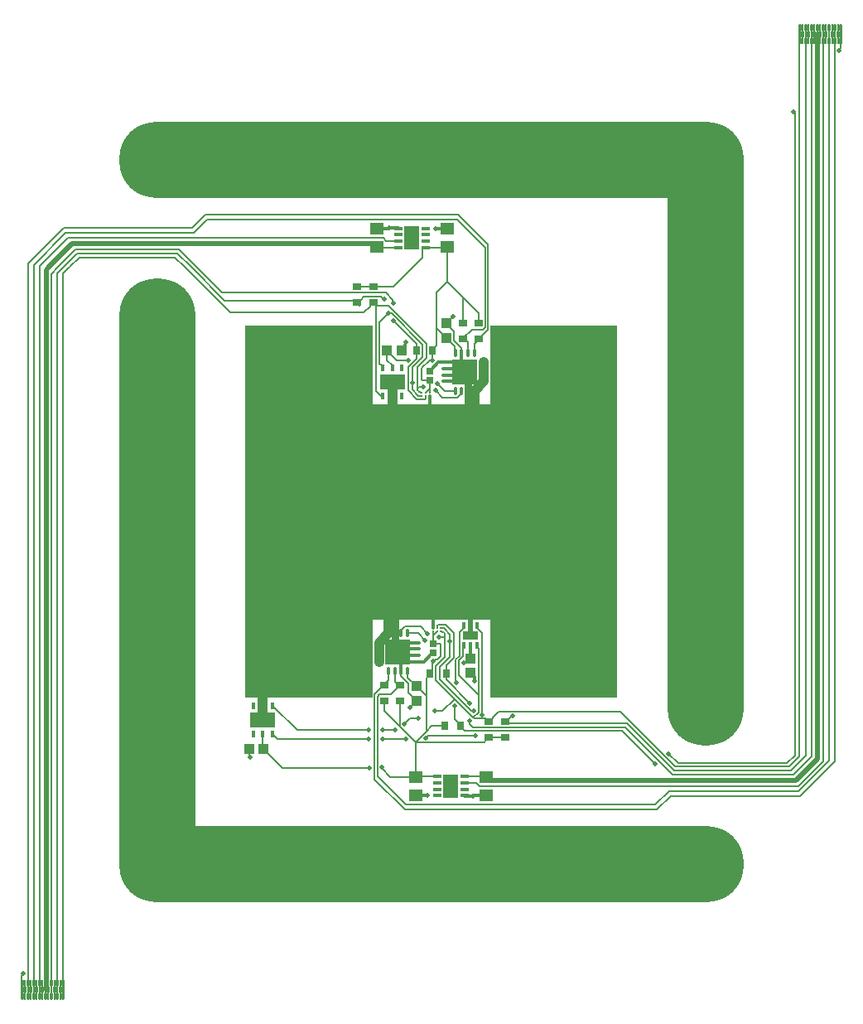
<source format=gbr>
%TF.GenerationSoftware,Altium Limited,Altium Designer,23.9.2 (47)*%
G04 Layer_Physical_Order=1*
G04 Layer_Color=255*
%FSLAX25Y25*%
%MOIN*%
%TF.SameCoordinates,C1B3935E-4126-4279-B8D9-91AEC20F268D*%
%TF.FilePolarity,Positive*%
%TF.FileFunction,Copper,L1,Top,Signal*%
%TF.Part,Single*%
G01*
G75*
%TA.AperFunction,SMDPad,CuDef*%
%ADD10R,0.05709X0.05118*%
%ADD11R,0.03937X0.03937*%
%ADD12R,0.03937X0.03937*%
%ADD13R,0.02835X0.02677*%
%ADD14R,0.02756X0.03543*%
%ADD15R,0.03543X0.02756*%
%ADD16R,0.01181X0.02756*%
%ADD17R,0.06299X0.03504*%
%ADD18R,0.05866X0.09449*%
%ADD19R,0.03543X0.01378*%
%TA.AperFunction,BGAPad,CuDef*%
%ADD20C,0.00787*%
%TA.AperFunction,SMDPad,CuDef*%
%ADD21R,0.10236X0.10236*%
%ADD22O,0.03347X0.01181*%
%ADD23O,0.01181X0.03347*%
%ADD24R,0.01575X0.03150*%
%ADD25R,0.09843X0.05906*%
G04:AMPARAMS|DCode=26|XSize=866.14mil|YSize=866.14mil|CornerRadius=8.66mil|HoleSize=0mil|Usage=FLASHONLY|Rotation=90.000|XOffset=0mil|YOffset=0mil|HoleType=Round|Shape=RoundedRectangle|*
%AMROUNDEDRECTD26*
21,1,0.86614,0.84882,0,0,90.0*
21,1,0.84882,0.86614,0,0,90.0*
1,1,0.01732,0.42441,0.42441*
1,1,0.01732,0.42441,-0.42441*
1,1,0.01732,-0.42441,-0.42441*
1,1,0.01732,-0.42441,0.42441*
%
%ADD26ROUNDEDRECTD26*%
%TA.AperFunction,Conductor*%
%ADD27C,0.30709*%
%ADD28C,0.00551*%
%ADD29C,0.01968*%
%ADD30C,0.00787*%
%ADD31C,0.03937*%
%ADD32C,0.02953*%
%ADD33C,0.01181*%
%TA.AperFunction,ComponentPad*%
%ADD34C,0.30709*%
%TA.AperFunction,SMDPad,CuDef*%
%AMCUSTOMSHAPE35*
4,1,11,-0.00591,-0.03937,-0.00591,0.03543,-0.00197,0.03937,-0.00197,0.03937,0.00197,0.03937,0.00591,0.03543,0.00591,0.01476,0.00197,0.01083,0.00197,-0.01476,0.00591,-0.01870,0.00591,-0.03937,-0.00591,-0.03937,0.0*%
%ADD35CUSTOMSHAPE35*%

%AMCUSTOMSHAPE36*
4,1,12,-0.00591,-0.01280,-0.00591,0.00886,-0.00197,0.01280,-0.00197,0.03937,0.00197,0.03937,0.00197,0.01280,0.00591,0.00886,0.00591,-0.01280,0.00197,-0.01673,0.00197,-0.03937,-0.00197,-0.03937,-0.00197,-0.01673,-0.00591,-0.01280,0.0*%
%ADD36CUSTOMSHAPE36*%

%AMCUSTOMSHAPE37*
4,1,14,-0.00591,-0.03937,-0.00591,-0.01870,-0.00197,-0.01476,-0.00197,0.01083,-0.00591,0.01476,-0.00591,0.03543,-0.00197,0.03937,0.00197,0.03937,0.00591,0.03543,0.00591,0.01476,0.00197,0.01083,0.00197,-0.01476,0.00591,-0.01870,0.00591,-0.03937,-0.00591,-0.03937,0.0*%
%ADD37CUSTOMSHAPE37*%

%AMCUSTOMSHAPE38*
4,1,12,-0.00591,-0.03937,-0.00591,-0.01870,-0.00197,-0.01476,-0.00197,-0.01476,-0.00197,0.01083,-0.00591,0.01476,-0.00591,0.01476,-0.00591,0.03543,-0.00197,0.03937,0.00197,0.03937,0.00591,0.03543,0.00591,-0.03937,-0.00591,-0.03937,0.0*%
%ADD38CUSTOMSHAPE38*%

%AMCUSTOMSHAPE39*
4,1,11,0.00591,0.03937,0.00591,-0.03543,0.00197,-0.03937,0.00197,-0.03937,-0.00197,-0.03937,-0.00591,-0.03543,-0.00591,-0.01476,-0.00197,-0.01083,-0.00197,0.01476,-0.00591,0.01870,-0.00591,0.03937,0.00591,0.03937,0.0*%
%ADD39CUSTOMSHAPE39*%

%AMCUSTOMSHAPE40*
4,1,12,0.00591,0.01280,0.00591,-0.00886,0.00197,-0.01280,0.00197,-0.03937,-0.00197,-0.03937,-0.00197,-0.01280,-0.00591,-0.00886,-0.00591,0.01280,-0.00197,0.01673,-0.00197,0.03937,0.00197,0.03937,0.00197,0.01673,0.00591,0.01280,0.0*%
%ADD40CUSTOMSHAPE40*%

%AMCUSTOMSHAPE41*
4,1,14,0.00591,0.03937,0.00591,0.01870,0.00197,0.01476,0.00197,-0.01083,0.00591,-0.01476,0.00591,-0.03543,0.00197,-0.03937,-0.00197,-0.03937,-0.00591,-0.03543,-0.00591,-0.01476,-0.00197,-0.01083,-0.00197,0.01476,-0.00591,0.01870,-0.00591,0.03937,0.00591,0.03937,0.0*%
%ADD41CUSTOMSHAPE41*%

%AMCUSTOMSHAPE42*
4,1,12,0.00591,0.03937,0.00591,0.01870,0.00197,0.01476,0.00197,0.01476,0.00197,-0.01083,0.00591,-0.01476,0.00591,-0.01476,0.00591,-0.03543,0.00197,-0.03937,-0.00197,-0.03937,-0.00591,-0.03543,-0.00591,0.03937,0.00591,0.03937,0.0*%
%ADD42CUSTOMSHAPE42*%

%TA.AperFunction,ViaPad*%
%ADD43C,0.01968*%
G36*
X-55118Y-55118D02*
X-3937D01*
Y-23622D01*
X43307D01*
Y-55118D01*
X94488D01*
Y94488D01*
X43307D01*
Y62992D01*
X-3937D01*
Y94488D01*
X-55118D01*
Y-55118D01*
D02*
G37*
D10*
X13289Y-87046D02*
D03*
Y-94345D02*
D03*
X41636Y-87046D02*
D03*
Y-94345D02*
D03*
X-2362Y126272D02*
D03*
Y133571D02*
D03*
X25984Y126272D02*
D03*
Y133571D02*
D03*
D11*
X35531Y-45185D02*
D03*
Y-39461D02*
D03*
X13683Y-56262D02*
D03*
Y-50538D02*
D03*
X25591Y95488D02*
D03*
Y89764D02*
D03*
D12*
X-53756Y-75590D02*
D03*
X-48031D02*
D03*
X7587Y84646D02*
D03*
X1862D02*
D03*
D13*
X20376Y-36955D02*
D03*
Y-33412D02*
D03*
X18898Y76181D02*
D03*
Y72638D02*
D03*
D14*
X31496Y-66535D02*
D03*
X24984D02*
D03*
X19088Y-45420D02*
D03*
X25600D02*
D03*
X13673Y84646D02*
D03*
X20185D02*
D03*
D15*
X49510Y-71117D02*
D03*
Y-64605D02*
D03*
X42817D02*
D03*
Y-71117D02*
D03*
X6990Y-56550D02*
D03*
Y-50038D02*
D03*
X691Y-49932D02*
D03*
Y-56444D02*
D03*
X38583Y95669D02*
D03*
Y89157D02*
D03*
X32283Y89264D02*
D03*
Y95776D02*
D03*
X-3543Y110343D02*
D03*
Y103831D02*
D03*
X-10236D02*
D03*
Y110343D02*
D03*
D16*
X37992Y-26201D02*
D03*
X35433D02*
D03*
X32874D02*
D03*
X37992Y-34035D02*
D03*
X35433D02*
D03*
X32874D02*
D03*
D17*
X35433Y-30118D02*
D03*
D18*
X27462Y-90696D02*
D03*
X11811Y129921D02*
D03*
D19*
X32954Y-94534D02*
D03*
Y-91975D02*
D03*
Y-89416D02*
D03*
Y-86857D02*
D03*
X21970Y-94534D02*
D03*
Y-91975D02*
D03*
Y-89416D02*
D03*
Y-86857D02*
D03*
X6319Y133760D02*
D03*
Y131201D02*
D03*
Y128642D02*
D03*
Y126083D02*
D03*
X17303Y133760D02*
D03*
Y131201D02*
D03*
Y128642D02*
D03*
Y126083D02*
D03*
D20*
X23525Y-28491D02*
D03*
X21950D02*
D03*
X20376D02*
D03*
X23525Y-26916D02*
D03*
X21950D02*
D03*
X20376D02*
D03*
X15748Y67716D02*
D03*
X17323D02*
D03*
X18898D02*
D03*
X15748Y66142D02*
D03*
X17323D02*
D03*
X18898D02*
D03*
D21*
X6202Y-36758D02*
D03*
X33071Y75984D02*
D03*
D22*
X13781Y-32920D02*
D03*
Y-35479D02*
D03*
Y-38038D02*
D03*
Y-40597D02*
D03*
X-1376D02*
D03*
Y-38038D02*
D03*
Y-35479D02*
D03*
Y-32920D02*
D03*
X25492Y72146D02*
D03*
Y74705D02*
D03*
Y77264D02*
D03*
Y79823D02*
D03*
X40650D02*
D03*
Y77264D02*
D03*
Y74705D02*
D03*
Y72146D02*
D03*
D23*
X10041Y-44337D02*
D03*
X7482D02*
D03*
X4923D02*
D03*
X2364D02*
D03*
Y-29180D02*
D03*
X4923D02*
D03*
X7482D02*
D03*
X10041D02*
D03*
X29232Y83563D02*
D03*
X31791D02*
D03*
X34350D02*
D03*
X36909D02*
D03*
Y68405D02*
D03*
X34350D02*
D03*
X31791D02*
D03*
X29232D02*
D03*
D24*
X-44193Y-58248D02*
D03*
X-48130D02*
D03*
X-52067D02*
D03*
X-44193Y-69587D02*
D03*
X-48130D02*
D03*
X-52067D02*
D03*
X0Y66378D02*
D03*
X3937D02*
D03*
X7874D02*
D03*
X0Y77716D02*
D03*
X3937D02*
D03*
X7874D02*
D03*
D25*
X-48130Y-63917D02*
D03*
X3937Y72047D02*
D03*
D26*
X19685Y19685D02*
D03*
D27*
X-90551Y-122047D02*
Y98425D01*
Y-122047D02*
X129921D01*
Y-59055D02*
Y161417D01*
X-90551D02*
X129921D01*
D28*
X18551Y-70472D02*
X37402D01*
X17764Y-71260D02*
X18551Y-70472D01*
X17520Y-71260D02*
X17764D01*
X31496Y-66929D02*
X33071Y-68504D01*
X96358D01*
X109744Y-81890D01*
X31496Y-66929D02*
Y-66535D01*
X114961Y-77559D02*
X118898Y-81496D01*
X117762Y-82821D02*
X163734D01*
X116778Y-85971D02*
X165308D01*
X95646Y-60705D02*
X117762Y-82821D01*
X98471Y-65499D02*
X111713Y-78740D01*
X117369Y-84396D02*
X164423D01*
X97835Y-67028D02*
X109547Y-78740D01*
X111713D02*
X117369Y-84396D01*
X109547Y-78740D02*
X116778Y-85971D01*
X36472Y-67028D02*
X97835D01*
X29134Y-63779D02*
X31496Y-66142D01*
X29134Y-63779D02*
Y-58268D01*
X31496Y-66535D02*
Y-66142D01*
X23132Y-47782D02*
X35591Y-60242D01*
X25600Y-47888D02*
X34943Y-57231D01*
X29017Y-55637D02*
X36478Y-63097D01*
X24123Y-60532D02*
X29017Y-55637D01*
X21557Y-48176D02*
X29017Y-55637D01*
X34943Y-64318D02*
X35214Y-64589D01*
Y-65770D02*
X36472Y-67028D01*
X35214Y-65770D02*
Y-64589D01*
X-140354Y-172835D02*
Y118110D01*
X-142717Y119488D02*
X-128347Y133858D01*
X-142717Y118110D02*
Y119488D01*
X-140354Y119095D02*
X-127559Y131890D01*
X-137992Y118701D02*
X-126772Y129921D01*
X-137992Y118110D02*
Y118701D01*
X-142717Y-172835D02*
Y118110D01*
X-137992Y-172835D02*
Y118110D01*
X-140354D02*
Y119095D01*
X-130905Y-172835D02*
Y115551D01*
X-133268Y-172835D02*
Y115416D01*
X-128543Y-172835D02*
Y115528D01*
X-125961Y118110D01*
X-133268Y115416D02*
X-130573Y118110D01*
X-130905Y115551D02*
X-128347Y118110D01*
X-122835Y123622D01*
X-125961Y118110D02*
X-122024Y122047D01*
X-130573Y118110D02*
X-123487Y125197D01*
X165453Y180709D02*
X165945Y180217D01*
X184449Y208366D02*
Y212008D01*
X177362Y-78740D02*
Y212008D01*
X182087Y-78740D02*
Y212008D01*
X179724Y-78740D02*
Y212008D01*
X165945Y180217D02*
X165945Y-78347D01*
X172638Y-78642D02*
Y212008D01*
X170276Y-78543D02*
Y212008D01*
X167817D02*
X167817Y-78738D01*
X168064Y-94633D02*
X182087Y-80610D01*
X167474Y-92664D02*
X179724Y-80413D01*
X167375Y-90696D02*
X177362Y-80709D01*
Y-78740D01*
X182087Y-80610D02*
Y-78740D01*
X165308Y-85971D02*
X172638Y-78642D01*
X164423Y-84396D02*
X170276Y-78543D01*
X163734Y-82821D02*
X167817Y-78738D01*
X179724Y-80413D02*
Y-78740D01*
X162795Y-81496D02*
X165945Y-78347D01*
X36909Y83563D02*
Y87303D01*
X33071Y89370D02*
X34350Y88090D01*
X32677Y89370D02*
X33071D01*
X16986Y64961D02*
X17304Y65279D01*
X17323Y66142D01*
X13780Y64961D02*
X16986D01*
X14155Y66459D02*
X14314Y66301D01*
X14506Y66280D01*
X15748Y66142D01*
X14620Y68035D02*
X14777Y67878D01*
X15748Y67716D01*
X31791Y67323D02*
Y68405D01*
X30217Y65748D02*
X31791Y67323D01*
X12205Y68898D02*
X14155Y66459D01*
X24902Y68405D02*
X29232D01*
X24016Y65748D02*
X30217D01*
X12205Y68898D02*
Y71653D01*
X10236Y68504D02*
X13780Y64961D01*
X14173Y68838D02*
X14173Y68661D01*
X14173Y68838D02*
Y69362D01*
X14276Y68518D02*
X14620Y68035D01*
X14173Y68661D02*
X14276Y68518D01*
X12205Y71653D02*
Y77953D01*
X14173Y69362D02*
X14599Y69788D01*
X16553D01*
X0Y77716D02*
Y78504D01*
X1516Y128642D02*
X6319D01*
X35933Y92913D02*
X40386D01*
X41339Y93866D01*
X38976Y89157D02*
X40079Y90260D01*
X38583Y89157D02*
X38976D01*
X40079Y90654D02*
X42520Y93094D01*
X40079Y90260D02*
Y90654D01*
X-1181Y79339D02*
Y96063D01*
X-2441Y68189D02*
X-504Y66252D01*
X-1181Y79339D02*
X-858Y79016D01*
X-512D01*
X0Y78504D01*
X-2441Y68189D02*
Y102728D01*
X-9134Y104539D02*
X-8740Y104933D01*
X-2468Y102756D02*
X2362D01*
X4059Y103814D02*
X4331Y103543D01*
X4059Y103814D02*
Y104996D01*
X-3543Y103831D02*
X-2468Y102756D01*
X-2441Y102728D01*
X2362Y102756D02*
X17717Y87402D01*
X13673Y84646D02*
Y87114D01*
X16142Y81890D02*
Y87008D01*
X17717Y81496D02*
Y87402D01*
X-5039Y102728D02*
X-3937Y103831D01*
X-3543D01*
X237Y129921D02*
X1516Y128642D01*
X-504Y66252D02*
X0D01*
X-9134Y102728D02*
Y104539D01*
X36909Y87303D02*
X38673Y89067D01*
X34350Y83563D02*
Y88090D01*
X-74803Y118110D02*
X-74803Y118110D01*
X2501Y99467D02*
X3682D01*
X2362Y99606D02*
X2501Y99467D01*
X3682D02*
X16142Y87008D01*
X-1181Y96063D02*
X2362Y99606D01*
X14173Y77953D02*
X17717Y81496D01*
X12205Y77953D02*
X16142Y81890D01*
X13673Y81390D02*
Y84646D01*
X10236Y68504D02*
Y77953D01*
X13673Y81390D01*
X14173Y69362D02*
Y77953D01*
X-11130Y104724D02*
X-9134Y102728D01*
X-8740Y104933D02*
X-8740D01*
X-471Y106132D02*
X543Y105118D01*
X-8740Y104933D02*
X-7541Y106132D01*
X543Y105118D02*
X787D01*
X-7541Y106132D02*
X-471D01*
X-74803Y118110D02*
X-64513Y107820D01*
X1235D02*
X4059Y104996D01*
X-64513Y107820D02*
X1235D01*
X-5039Y102335D02*
Y102728D01*
X22047Y71260D02*
X24902Y68405D01*
X4331Y96457D02*
X13673Y87114D01*
X21243Y68521D02*
Y68693D01*
Y68521D02*
X24016Y65748D01*
X42520Y118110D02*
Y118110D01*
Y93094D02*
Y118110D01*
Y118110D02*
Y127165D01*
X41339Y93866D02*
Y118110D01*
Y118110D01*
Y125984D01*
X29921Y137402D02*
X41339Y125984D01*
X-70472Y137402D02*
X29921D01*
X30315Y139370D02*
X42520Y127165D01*
X-71260Y139370D02*
X30315D01*
X32533Y89514D02*
X35933Y92913D01*
X-126772Y129921D02*
X237Y129921D01*
X32283Y89264D02*
X32533Y89514D01*
X-128347Y133858D02*
X-76772D01*
X-71260Y139370D01*
X-127559Y131890D02*
X-75984D01*
X-70472Y137402D01*
X-81890Y125197D02*
X-74803Y118110D01*
X-123487Y125197D02*
X-81890D01*
X-63709Y104724D02*
X-11130D01*
X-122835Y123622D02*
X-82607D01*
X-77095Y118110D02*
X-63709Y104724D01*
X-77095Y118110D02*
X-77095Y118110D01*
X-82607Y123622D02*
X-77095Y118110D01*
X-122024Y122047D02*
X-83466D01*
X-79529Y118110D02*
X-79529Y118110D01*
X-83466Y122047D02*
X-79529Y118110D01*
X-7444Y99931D02*
X-5039Y102335D01*
X-61349Y99931D02*
X-7444D01*
X-79529Y118110D02*
X-61349Y99931D01*
X44313Y-63109D02*
X46717Y-60705D01*
X6740Y-50288D02*
X6990Y-50038D01*
X15258Y-26522D02*
X18031Y-29295D01*
Y-29468D02*
Y-29295D01*
X14372Y-29180D02*
X17226Y-32034D01*
X44313Y-63503D02*
Y-63109D01*
X25600Y-45420D02*
Y-42164D01*
X4923Y-48865D02*
Y-44337D01*
X600Y-49841D02*
X2364Y-48077D01*
X42817Y-64605D02*
X43210D01*
X44313Y-63503D01*
X25600Y-47888D02*
Y-45420D01*
X297Y-49932D02*
X691D01*
X32954Y-89416D02*
X37757D01*
X24674Y-30563D02*
X25100Y-30136D01*
X24997Y-29292D02*
X25100Y-29436D01*
X24653Y-28810D02*
X24997Y-29292D01*
X25100Y-30136D02*
Y-29612D01*
X25100Y-29436D02*
X25100Y-29612D01*
X27069Y-32428D02*
Y-29672D01*
X9057Y-26522D02*
X15258D01*
X10041Y-29180D02*
X14372D01*
X25118Y-27234D02*
X27069Y-29672D01*
X7482Y-28097D02*
X9057Y-26522D01*
X7482Y-29180D02*
Y-28097D01*
X23525Y-28491D02*
X24496Y-28653D01*
X24653Y-28810D01*
X23525Y-26916D02*
X24768Y-27054D01*
X24960Y-27075D01*
X25118Y-27234D01*
X22287Y-25735D02*
X25494D01*
X21950Y-26916D02*
X21969Y-26053D01*
X22287Y-25735D01*
X6202Y-50144D02*
X6596D01*
X4923Y-48865D02*
X6202Y-50144D01*
X2364Y-48077D02*
Y-44337D01*
X23132Y-42664D02*
X27069Y-38727D01*
X23132Y-47782D02*
Y-42664D01*
X21557Y-48176D02*
Y-42270D01*
X22721Y-30563D02*
X24674D01*
X21557Y-42270D02*
X25100Y-38727D01*
Y-30136D01*
X37992Y-34823D02*
Y-34035D01*
X38780Y-27776D02*
X38827D01*
X37992Y-26988D02*
X38780Y-27776D01*
X37992Y-26988D02*
Y-26201D01*
X49313Y-64408D02*
X50100D01*
X52008Y-62500D02*
X52362D01*
X50100Y-64408D02*
X52008Y-62500D01*
X49313Y-64408D02*
X50403Y-65499D01*
X38827Y-27776D02*
X40039Y-28988D01*
X27069Y-38727D02*
Y-32428D01*
X37992Y-34823D02*
X38670Y-35500D01*
X36478Y-63097D02*
X38670Y-60906D01*
X31004Y-28811D02*
X32039Y-27776D01*
X32874Y-26988D02*
Y-26201D01*
X32039Y-27776D02*
X32087D01*
X32874Y-26988D01*
X32530Y-35461D02*
X32559Y-35432D01*
Y-34350D01*
X32874Y-34035D01*
X30709Y-40157D02*
X32530Y-38336D01*
Y-35461D01*
X25494Y-25735D02*
X28769Y-29010D01*
Y-38995D02*
Y-29010D01*
X25600Y-42164D02*
X28769Y-38995D01*
X31004Y-38287D02*
Y-28811D01*
X29429Y-39862D02*
X31004Y-38287D01*
X36759Y-60242D02*
X36831Y-60313D01*
X35591Y-60242D02*
X36759D01*
X38670Y-54024D02*
Y-35500D01*
X30709Y-46063D02*
X38670Y-54024D01*
Y-60906D02*
Y-54024D01*
X30709Y-46063D02*
Y-40157D01*
X37757Y-89416D02*
X39037Y-90696D01*
X109746Y-98176D02*
X115258Y-92664D01*
X110533Y-100144D02*
X116045Y-94633D01*
X29429Y-49016D02*
Y-39862D01*
Y-49016D02*
X29626Y-49213D01*
X8958Y-100144D02*
X110533D01*
X9352Y-98176D02*
X109746D01*
X-44193Y-69587D02*
X-42126Y-71653D01*
X-5512D01*
X3340Y-53688D02*
X6740Y-50288D01*
X-3246Y-87940D02*
Y-78884D01*
Y-78884D01*
Y-53869D02*
X-805Y-51428D01*
Y-51034D02*
X297Y-49932D01*
X-3246Y-87940D02*
X8958Y-100144D01*
X-2065Y-86759D02*
X9352Y-98176D01*
X-805Y-51428D02*
Y-51034D01*
X-2065Y-78884D02*
Y-78884D01*
Y-54640D02*
X-1113Y-53688D01*
X-2065Y-86759D02*
Y-78884D01*
X-1113Y-53688D02*
X3340D01*
X-2065Y-78884D02*
Y-54640D01*
X-3246Y-78884D02*
Y-53869D01*
X-44193Y-58248D02*
X-34331Y-68110D01*
X-5610D01*
X9154Y-71752D02*
X9252Y-71850D01*
X-98Y-71653D02*
X0Y-71752D01*
X9154D01*
X4872Y-68160D02*
X4921Y-68209D01*
X148Y-68160D02*
X4872D01*
X98Y-68110D02*
X148Y-68160D01*
X21063Y-60532D02*
X24123D01*
X11220Y-63287D02*
X14272D01*
X8760Y-65748D02*
X11220Y-63287D01*
X46717Y-60705D02*
X95646D01*
X50403Y-65499D02*
X98471D01*
X116045Y-94633D02*
X168064D01*
X115258Y-92664D02*
X167474D01*
X39037Y-90696D02*
X167375D01*
X118898Y-81496D02*
X162795D01*
X41831Y-63619D02*
X42817Y-64605D01*
X36478Y-63097D02*
X36911Y-63530D01*
X41742D01*
X40039Y-61955D02*
Y-28988D01*
D29*
X-135433Y-172835D02*
X-135433Y116929D01*
X-134252Y118110D02*
X-124803Y127559D01*
X-135433Y116929D02*
X-134252Y118110D01*
X175000Y212008D02*
X175000Y212008D01*
X175000Y-79823D02*
Y-78740D01*
X175000Y-78740D01*
Y212008D01*
X166490Y-88333D02*
X175000Y-79823D01*
X-3650Y127559D02*
X-2362Y126272D01*
X-124803Y127559D02*
X-3650Y127559D01*
X41636Y-87046D02*
X42923Y-88333D01*
X166490D01*
X35433Y-30118D02*
Y-26201D01*
X19685Y19685D02*
X35433Y3937D01*
Y-26201D02*
Y3937D01*
D30*
X-144489Y-166435D02*
Y-166170D01*
X-145276Y-167221D02*
X-144489Y-166435D01*
X-145276Y-172638D02*
Y-167221D01*
X183762Y205715D02*
X184449Y206402D01*
X183762Y205395D02*
Y205715D01*
X184449Y206402D02*
Y208366D01*
X15748Y73099D02*
X16209Y72638D01*
X18898D01*
X25795Y126083D02*
X25984Y126272D01*
X1862Y80579D02*
X3937Y78504D01*
X1862Y80579D02*
Y84646D01*
X3937Y77716D02*
Y78504D01*
X18898Y69291D02*
Y72638D01*
Y67716D02*
Y69291D01*
X17323Y67716D02*
X18898Y69291D01*
X15748Y73099D02*
Y77559D01*
X25984Y112205D02*
Y126272D01*
X21654Y93701D02*
Y107874D01*
X25984Y112205D01*
X32283Y105905D01*
X21654Y86485D02*
Y93701D01*
X21169Y86024D02*
X21192D01*
X21654Y86485D01*
X20079Y84933D02*
X21169Y86024D01*
X-10236Y110343D02*
X-3543D01*
X4435D01*
X15925Y125787D02*
X16220Y126083D01*
X15925Y121832D02*
Y125787D01*
X4435Y110343D02*
X15925Y121832D01*
X16220Y126083D02*
X17303D01*
X25795D01*
X-2173D02*
X6319D01*
X32283Y95776D02*
Y105905D01*
X1862Y84646D02*
X5799Y80709D01*
X15748Y77559D02*
X18898Y80709D01*
X20079D01*
X32283Y105905D02*
X38583Y99606D01*
Y95669D02*
Y99606D01*
X25591Y95488D02*
X28740Y92339D01*
X29157Y83638D02*
Y86197D01*
X25591Y89764D02*
X29157Y86197D01*
X21654Y93701D02*
X25591Y89764D01*
X29157Y83638D02*
X29232Y83563D01*
X31740Y83614D02*
X31791Y83563D01*
X28740Y88525D02*
X31740Y85525D01*
X28740Y88525D02*
Y92339D01*
X31740Y83614D02*
Y85525D01*
X5799Y80709D02*
X10236D01*
X25591Y95488D02*
Y95669D01*
X28346Y98425D01*
X-2362Y126272D02*
X-2268Y126177D01*
X-2173Y126083D01*
X41447Y-86857D02*
X41541Y-86951D01*
X41636Y-87046D01*
X10927Y-59199D02*
X13683Y-56444D01*
Y-56262D01*
X7534Y-46299D02*
Y-44389D01*
X10533Y-53113D02*
Y-49299D01*
X7534Y-46299D02*
X10533Y-49299D01*
X7482Y-44337D02*
X7534Y-44389D01*
X10041Y-44337D02*
X10116Y-44412D01*
X13683Y-50538D02*
X17620Y-54475D01*
X10116Y-46972D02*
X13683Y-50538D01*
X10116Y-46972D02*
Y-44412D01*
X10533Y-53113D02*
X13683Y-56262D01*
X691Y-60381D02*
Y-56444D01*
X32954Y-86857D02*
X41447D01*
X13478D02*
X21970D01*
X17620Y-47259D02*
X18081Y-46798D01*
X18104D01*
X17620Y-54475D02*
Y-47259D01*
X20376Y-30066D02*
X21950Y-28491D01*
X20376Y-30066D02*
Y-28491D01*
Y-33412D02*
Y-30066D01*
X13289Y-87046D02*
X13478Y-86857D01*
X20376Y-33412D02*
X23064D01*
X23525Y-38333D02*
Y-33873D01*
X23064Y-33412D02*
X23525Y-33873D01*
X22010Y-39848D02*
X23525Y-38333D01*
X21101Y-39848D02*
X22010D01*
X20276Y-40354D02*
X20595D01*
X20073Y-44829D02*
Y-40557D01*
X20595Y-40354D02*
X21101Y-39848D01*
X20073Y-40557D02*
X20276Y-40354D01*
X33957Y-41035D02*
X35531Y-39461D01*
X32677Y-41043D02*
X32685Y-41035D01*
X33957D01*
X18104Y-46798D02*
X20073Y-44829D01*
X20079Y80709D02*
Y84933D01*
X42423Y-71117D02*
X49510D01*
X13289Y-87046D02*
Y-72979D01*
X6990Y-66680D02*
X13289Y-72979D01*
X40954D02*
X41439Y-72495D01*
Y-72101D02*
X42423Y-71117D01*
X41439Y-72495D02*
Y-72101D01*
X13289Y-72979D02*
X40954D01*
X6990Y-66680D02*
Y-56550D01*
X691Y-60381D02*
X6990Y-66680D01*
X13289Y-72979D02*
X17620Y-68648D01*
X21970Y-86857D02*
X23053D01*
X23348Y-86562D01*
X17620Y-68648D02*
Y-54475D01*
X3188Y-87046D02*
X13289D01*
X-48130Y-75492D02*
Y-69587D01*
X-394Y-83465D02*
X3188Y-87046D01*
X-394Y-83465D02*
Y-83169D01*
X-48130Y-75492D02*
X-48031Y-75590D01*
X-40354Y-83268D01*
X-5217D01*
X-53756Y-78429D02*
Y-75590D01*
Y-78429D02*
X-53150Y-79035D01*
X17620Y-68648D02*
X19733Y-66535D01*
X24984D01*
D31*
X40650Y72146D02*
Y74705D01*
Y77264D01*
Y79823D01*
X36909Y36909D02*
Y60630D01*
X2364Y2316D02*
X19588Y19541D01*
X2364Y-21404D02*
Y2316D01*
X-1376Y-40597D02*
Y-38038D01*
Y-35479D01*
Y-32920D01*
X19685Y19685D02*
X36909Y36909D01*
X3937Y35433D02*
X18898Y20472D01*
X3937Y35433D02*
Y66378D01*
Y72047D01*
X-48130Y-63917D02*
Y-58248D01*
Y-52854D02*
X-48031Y-52756D01*
X-48130Y-58248D02*
Y-52854D01*
X-1376Y-32920D02*
X2364Y-29180D01*
Y-21404D01*
X36909Y60630D02*
Y68405D01*
X40650Y72146D01*
D32*
X34350Y61516D02*
X35236Y60630D01*
X33071Y75984D02*
X34350Y74705D01*
Y68405D02*
Y74705D01*
X4923Y-35479D02*
Y-29180D01*
Y-22290D01*
Y-35479D02*
X6202Y-36758D01*
X2364Y-21404D02*
X4037D01*
X4923Y-22290D01*
X35236Y60630D02*
X36909D01*
X34350Y61516D02*
Y68405D01*
D33*
X25492Y74705D02*
X31791D01*
X25492Y72146D02*
X29232D01*
X31791Y74705D01*
X33071Y75984D01*
X25492Y77264D02*
X31791D01*
X29232Y79823D02*
X31791Y77264D01*
X33071Y75984D01*
X31791Y77264D02*
Y83563D01*
X19724Y77008D02*
X22539Y79823D01*
X19724Y76929D02*
Y77008D01*
X18976Y76181D02*
X19724Y76929D01*
X18898Y76181D02*
X18976D01*
X7587Y84646D02*
X8965Y86024D01*
Y87098D01*
X-2362Y133571D02*
X2255D01*
X2543Y133858D02*
X2756D01*
X2255Y133571D02*
X2543Y133858D01*
X2756D02*
X2805Y133809D01*
X6270D01*
X6319Y133760D01*
X21260Y133465D02*
X25878D01*
X25984Y133571D01*
X22539Y79823D02*
X25492D01*
X29232D01*
X8965Y87098D02*
X9449Y87582D01*
Y87795D01*
X18898Y20472D02*
X19685Y19685D01*
X10041Y-40597D02*
X13781D01*
X16734D01*
X13289Y-94345D02*
X13395Y-94239D01*
X18013D01*
X32954Y-94534D02*
X33004Y-94583D01*
X36468D01*
X36517Y-94633D01*
X36731D02*
X37018Y-94345D01*
X36517Y-94633D02*
X36731D01*
X37018Y-94345D02*
X41636D01*
X20297Y-36955D02*
X20376D01*
X19549Y-37703D02*
X20297Y-36955D01*
X19549Y-37782D02*
Y-37703D01*
X16734Y-40597D02*
X19549Y-37782D01*
X7482Y-44337D02*
Y-38038D01*
X6202Y-36758D02*
X7482Y-38038D01*
X10041Y-40597D01*
X7482Y-38038D02*
X13781D01*
X6202Y-36758D02*
X7482Y-35479D01*
X10041Y-32920D01*
X13781D01*
X7482Y-35479D02*
X13781D01*
X20376Y-26916D02*
Y18753D01*
X18898Y20472D02*
Y66142D01*
X35531Y-39461D02*
Y-34921D01*
X35433Y-34823D02*
Y-34035D01*
Y-34823D02*
X35531Y-34921D01*
X36909Y-48327D02*
X37008Y-48425D01*
X35531Y-45185D02*
X36909Y-46563D01*
Y-48327D02*
Y-46563D01*
D34*
X-90551Y98425D02*
D03*
X129921Y-59055D02*
D03*
Y-122047D02*
D03*
X35433D02*
D03*
X3937D02*
D03*
X-59055D02*
D03*
X-27559D02*
D03*
X98425D02*
D03*
X66929D02*
D03*
X129921Y161417D02*
D03*
X35433D02*
D03*
X3937D02*
D03*
X-59055D02*
D03*
X-27559D02*
D03*
X98425D02*
D03*
X66929D02*
D03*
X-90551D02*
D03*
X129921Y129921D02*
D03*
Y35433D02*
D03*
Y3937D02*
D03*
Y-27559D02*
D03*
Y98425D02*
D03*
Y66929D02*
D03*
X-90551Y-122047D02*
D03*
Y-90551D02*
D03*
Y-59055D02*
D03*
Y-27559D02*
D03*
Y3937D02*
D03*
Y35433D02*
D03*
Y66929D02*
D03*
D35*
X167913Y212008D02*
D03*
D36*
X169095D02*
D03*
X171457D02*
D03*
X173819D02*
D03*
X176181D02*
D03*
X178543D02*
D03*
X180905D02*
D03*
X183268D02*
D03*
D37*
X170276D02*
D03*
X172638D02*
D03*
X175000D02*
D03*
X177362D02*
D03*
X179724D02*
D03*
X182087D02*
D03*
D38*
X184449D02*
D03*
D39*
X-128543Y-172638D02*
D03*
D40*
X-129724D02*
D03*
X-132087D02*
D03*
X-134449D02*
D03*
X-136811D02*
D03*
X-139173D02*
D03*
X-141535D02*
D03*
X-143898D02*
D03*
D41*
X-130905D02*
D03*
X-133268D02*
D03*
X-135630D02*
D03*
X-137992D02*
D03*
X-140354D02*
D03*
X-142717D02*
D03*
D42*
X-145079D02*
D03*
D43*
X37402Y-70472D02*
D03*
X114961Y-77559D02*
D03*
X29134Y-58268D02*
D03*
X-52756Y-52756D02*
D03*
Y-49606D02*
D03*
X-50394Y-51181D02*
D03*
X-52756Y-46457D02*
D03*
X-50394Y-48031D02*
D03*
Y-44882D02*
D03*
X-52756Y-43307D02*
D03*
Y-40157D02*
D03*
X-50394Y-41732D02*
D03*
X-52756Y-37008D02*
D03*
X-50394Y-38583D02*
D03*
Y-35433D02*
D03*
X-52756Y-33858D02*
D03*
Y-30709D02*
D03*
X-50394Y-32283D02*
D03*
X-52756Y-27559D02*
D03*
X-50394Y-29134D02*
D03*
Y-25984D02*
D03*
X-52756Y-24409D02*
D03*
Y-21260D02*
D03*
X-50394Y-22835D02*
D03*
X-52756Y-18110D02*
D03*
X-50394Y-19685D02*
D03*
Y-16535D02*
D03*
X-52756Y-14961D02*
D03*
Y-11811D02*
D03*
X-50394Y-13386D02*
D03*
X-52756Y-8661D02*
D03*
X-50394Y-10236D02*
D03*
Y-7087D02*
D03*
X-52756Y-5512D02*
D03*
Y-2362D02*
D03*
X-50394Y-3937D02*
D03*
X-52756Y787D02*
D03*
X-50394Y-787D02*
D03*
Y2362D02*
D03*
X-52756Y3937D02*
D03*
Y7087D02*
D03*
X-50394Y5512D02*
D03*
X-52756Y10236D02*
D03*
X-50394Y8661D02*
D03*
Y11811D02*
D03*
X-52756Y13386D02*
D03*
Y16535D02*
D03*
X-50394Y14961D02*
D03*
X-52756Y19685D02*
D03*
X-50394Y18110D02*
D03*
Y21260D02*
D03*
X-52756Y22835D02*
D03*
Y25984D02*
D03*
X-50394Y24409D02*
D03*
X-52756Y29134D02*
D03*
X-50394Y27559D02*
D03*
Y30709D02*
D03*
X-52756Y32283D02*
D03*
Y35433D02*
D03*
X-50394Y33858D02*
D03*
X-52756Y38583D02*
D03*
X-50394Y37008D02*
D03*
Y40157D02*
D03*
X-52756Y41732D02*
D03*
Y44882D02*
D03*
X-50394Y43307D02*
D03*
X-52756Y48031D02*
D03*
X-50394Y46457D02*
D03*
Y49606D02*
D03*
X-52756Y51181D02*
D03*
Y54331D02*
D03*
X-50394Y52756D02*
D03*
X-52756Y57480D02*
D03*
X-50394Y55905D02*
D03*
Y59055D02*
D03*
X-52756Y60630D02*
D03*
Y63779D02*
D03*
X-50394Y62205D02*
D03*
X-52756Y66929D02*
D03*
X-50394Y65354D02*
D03*
Y68504D02*
D03*
X-52756Y70079D02*
D03*
Y73228D02*
D03*
X-50394Y71653D02*
D03*
X-52756Y76378D02*
D03*
X-50394Y74803D02*
D03*
Y77953D02*
D03*
X-52756Y79527D02*
D03*
Y82677D02*
D03*
X-50394Y81102D02*
D03*
X-52756Y85827D02*
D03*
X-50394Y84252D02*
D03*
Y87402D02*
D03*
X-52756Y88976D02*
D03*
Y92126D02*
D03*
X-50394Y90551D02*
D03*
X-48031Y-52756D02*
D03*
Y-49606D02*
D03*
X-45669Y-51181D02*
D03*
X-48031Y-46457D02*
D03*
X-45669Y-48031D02*
D03*
Y-44882D02*
D03*
X-48031Y-43307D02*
D03*
Y-40157D02*
D03*
X-45669Y-41732D02*
D03*
X-48031Y-37008D02*
D03*
X-45669Y-38583D02*
D03*
Y-35433D02*
D03*
X-48031Y-33858D02*
D03*
Y-30709D02*
D03*
X-45669Y-32283D02*
D03*
X-48031Y-27559D02*
D03*
X-45669Y-29134D02*
D03*
Y-25984D02*
D03*
X-48031Y-24409D02*
D03*
Y-21260D02*
D03*
X-45669Y-22835D02*
D03*
X-48031Y-18110D02*
D03*
X-45669Y-19685D02*
D03*
Y-16535D02*
D03*
X-48031Y-14961D02*
D03*
Y-11811D02*
D03*
X-45669Y-13386D02*
D03*
X-48031Y-8661D02*
D03*
X-45669Y-10236D02*
D03*
Y-7087D02*
D03*
X-48031Y-5512D02*
D03*
Y-2362D02*
D03*
X-45669Y-3937D02*
D03*
X-48031Y787D02*
D03*
X-45669Y-787D02*
D03*
Y2362D02*
D03*
X-48031Y3937D02*
D03*
Y7087D02*
D03*
X-45669Y5512D02*
D03*
X-48031Y10236D02*
D03*
X-45669Y8661D02*
D03*
Y11811D02*
D03*
X-48031Y13386D02*
D03*
Y16535D02*
D03*
X-45669Y14961D02*
D03*
X-48031Y19685D02*
D03*
X-45669Y18110D02*
D03*
Y21260D02*
D03*
X-48031Y22835D02*
D03*
Y25984D02*
D03*
X-45669Y24409D02*
D03*
X-48031Y29134D02*
D03*
X-45669Y27559D02*
D03*
Y30709D02*
D03*
X-48031Y32283D02*
D03*
Y35433D02*
D03*
X-45669Y33858D02*
D03*
X-48031Y38583D02*
D03*
X-45669Y37008D02*
D03*
Y40157D02*
D03*
X-48031Y41732D02*
D03*
Y44882D02*
D03*
X-45669Y43307D02*
D03*
X-48031Y48031D02*
D03*
X-45669Y46457D02*
D03*
Y49606D02*
D03*
X-48031Y51181D02*
D03*
Y54331D02*
D03*
X-45669Y52756D02*
D03*
X-48031Y57480D02*
D03*
X-45669Y55905D02*
D03*
Y59055D02*
D03*
X-48031Y60630D02*
D03*
Y63779D02*
D03*
X-45669Y62205D02*
D03*
X-48031Y66929D02*
D03*
X-45669Y65354D02*
D03*
Y68504D02*
D03*
X-48031Y70079D02*
D03*
Y73228D02*
D03*
X-45669Y71653D02*
D03*
X-48031Y76378D02*
D03*
X-45669Y74803D02*
D03*
Y77953D02*
D03*
X-48031Y79527D02*
D03*
Y82677D02*
D03*
X-45669Y81102D02*
D03*
X-48031Y85827D02*
D03*
X-45669Y84252D02*
D03*
Y87402D02*
D03*
X-48031Y88976D02*
D03*
Y92126D02*
D03*
X-45669Y90551D02*
D03*
X-43307Y-52756D02*
D03*
Y-49606D02*
D03*
X-40945Y-51181D02*
D03*
X-43307Y-46457D02*
D03*
X-40945Y-48031D02*
D03*
Y-44882D02*
D03*
X-43307Y-43307D02*
D03*
Y-40157D02*
D03*
X-40945Y-41732D02*
D03*
X-43307Y-37008D02*
D03*
X-40945Y-38583D02*
D03*
Y-35433D02*
D03*
X-43307Y-33858D02*
D03*
Y-30709D02*
D03*
X-40945Y-32283D02*
D03*
X-43307Y-27559D02*
D03*
X-40945Y-29134D02*
D03*
Y-25984D02*
D03*
X-43307Y-24409D02*
D03*
Y-21260D02*
D03*
X-40945Y-22835D02*
D03*
X-43307Y-18110D02*
D03*
X-40945Y-19685D02*
D03*
Y-16535D02*
D03*
X-43307Y-14961D02*
D03*
Y-11811D02*
D03*
X-40945Y-13386D02*
D03*
X-43307Y-8661D02*
D03*
X-40945Y-10236D02*
D03*
Y-7087D02*
D03*
X-43307Y-5512D02*
D03*
Y-2362D02*
D03*
X-40945Y-3937D02*
D03*
X-43307Y787D02*
D03*
X-40945Y-787D02*
D03*
Y2362D02*
D03*
X-43307Y3937D02*
D03*
Y7087D02*
D03*
X-40945Y5512D02*
D03*
X-43307Y10236D02*
D03*
X-40945Y8661D02*
D03*
Y11811D02*
D03*
X-43307Y13386D02*
D03*
Y16535D02*
D03*
X-40945Y14961D02*
D03*
X-43307Y19685D02*
D03*
X-40945Y18110D02*
D03*
Y21260D02*
D03*
X-43307Y22835D02*
D03*
Y25984D02*
D03*
X-40945Y24409D02*
D03*
X-43307Y29134D02*
D03*
X-40945Y27559D02*
D03*
Y30709D02*
D03*
X-43307Y32283D02*
D03*
Y35433D02*
D03*
X-40945Y33858D02*
D03*
X-43307Y38583D02*
D03*
X-40945Y37008D02*
D03*
Y40157D02*
D03*
X-43307Y41732D02*
D03*
Y44882D02*
D03*
X-40945Y43307D02*
D03*
X-43307Y48031D02*
D03*
X-40945Y46457D02*
D03*
Y49606D02*
D03*
X-43307Y51181D02*
D03*
Y54331D02*
D03*
X-40945Y52756D02*
D03*
X-43307Y57480D02*
D03*
X-40945Y55905D02*
D03*
Y59055D02*
D03*
X-43307Y60630D02*
D03*
Y63779D02*
D03*
X-40945Y62205D02*
D03*
X-43307Y66929D02*
D03*
X-40945Y65354D02*
D03*
Y68504D02*
D03*
X-43307Y70079D02*
D03*
Y73228D02*
D03*
X-40945Y71653D02*
D03*
X-43307Y76378D02*
D03*
X-40945Y74803D02*
D03*
Y77953D02*
D03*
X-43307Y79527D02*
D03*
Y82677D02*
D03*
X-40945Y81102D02*
D03*
X-43307Y85827D02*
D03*
X-40945Y84252D02*
D03*
Y87402D02*
D03*
X-43307Y88976D02*
D03*
Y92126D02*
D03*
X-40945Y90551D02*
D03*
X92174Y92148D02*
D03*
Y88998D02*
D03*
X89812Y90573D02*
D03*
X92174Y85849D02*
D03*
X89812Y87423D02*
D03*
Y84274D02*
D03*
X92174Y82699D02*
D03*
Y79549D02*
D03*
X89812Y81124D02*
D03*
X92174Y76400D02*
D03*
X89812Y77974D02*
D03*
Y74825D02*
D03*
X92174Y73250D02*
D03*
Y70100D02*
D03*
X89812Y71675D02*
D03*
X92174Y66951D02*
D03*
X89812Y68526D02*
D03*
Y65376D02*
D03*
X92174Y63801D02*
D03*
Y60652D02*
D03*
X89812Y62226D02*
D03*
X92174Y57502D02*
D03*
X89812Y59077D02*
D03*
Y55927D02*
D03*
X92174Y54352D02*
D03*
Y51203D02*
D03*
X89812Y52778D02*
D03*
X92174Y48053D02*
D03*
X89812Y49628D02*
D03*
Y46479D02*
D03*
X92174Y44904D02*
D03*
Y41754D02*
D03*
X89812Y43329D02*
D03*
X92174Y38605D02*
D03*
X89812Y40179D02*
D03*
Y37030D02*
D03*
X92174Y35455D02*
D03*
Y32305D02*
D03*
X89812Y33880D02*
D03*
X92174Y29156D02*
D03*
X89812Y30731D02*
D03*
Y27581D02*
D03*
X92174Y26006D02*
D03*
Y22857D02*
D03*
X89812Y24431D02*
D03*
X92174Y19707D02*
D03*
X89812Y21282D02*
D03*
Y18132D02*
D03*
X92174Y16557D02*
D03*
Y13408D02*
D03*
X89812Y14982D02*
D03*
X92174Y10258D02*
D03*
X89812Y11833D02*
D03*
Y8683D02*
D03*
X92174Y7108D02*
D03*
Y3959D02*
D03*
X89812Y5534D02*
D03*
X92174Y809D02*
D03*
X89812Y2384D02*
D03*
Y-766D02*
D03*
X92174Y-2340D02*
D03*
Y-5490D02*
D03*
X89812Y-3915D02*
D03*
X92174Y-8640D02*
D03*
X89812Y-7065D02*
D03*
Y-10214D02*
D03*
X92174Y-11789D02*
D03*
Y-14939D02*
D03*
X89812Y-13364D02*
D03*
X92174Y-18088D02*
D03*
X89812Y-16514D02*
D03*
Y-19663D02*
D03*
X92174Y-21238D02*
D03*
Y-24388D02*
D03*
X89812Y-22813D02*
D03*
X92174Y-27537D02*
D03*
X89812Y-25962D02*
D03*
Y-29112D02*
D03*
X92174Y-30687D02*
D03*
Y-33836D02*
D03*
X89812Y-32262D02*
D03*
X92174Y-36986D02*
D03*
X89812Y-35411D02*
D03*
Y-38561D02*
D03*
X92174Y-40136D02*
D03*
Y-43285D02*
D03*
X89812Y-41710D02*
D03*
X92174Y-46435D02*
D03*
X89812Y-44860D02*
D03*
Y-48010D02*
D03*
X92174Y-49584D02*
D03*
Y-52734D02*
D03*
X89812Y-51159D02*
D03*
X87450Y92148D02*
D03*
Y88998D02*
D03*
X85087Y90573D02*
D03*
X87450Y85849D02*
D03*
X85087Y87423D02*
D03*
Y84274D02*
D03*
X87450Y82699D02*
D03*
Y79549D02*
D03*
X85087Y81124D02*
D03*
X87450Y76400D02*
D03*
X85087Y77974D02*
D03*
Y74825D02*
D03*
X87450Y73250D02*
D03*
Y70100D02*
D03*
X85087Y71675D02*
D03*
X87450Y66951D02*
D03*
X85087Y68526D02*
D03*
Y65376D02*
D03*
X87450Y63801D02*
D03*
Y60652D02*
D03*
X85087Y62226D02*
D03*
X87450Y57502D02*
D03*
X85087Y59077D02*
D03*
Y55927D02*
D03*
X87450Y54352D02*
D03*
Y51203D02*
D03*
X85087Y52778D02*
D03*
X87450Y48053D02*
D03*
X85087Y49628D02*
D03*
Y46479D02*
D03*
X87450Y44904D02*
D03*
Y41754D02*
D03*
X85087Y43329D02*
D03*
X87450Y38605D02*
D03*
X85087Y40179D02*
D03*
Y37030D02*
D03*
X87450Y35455D02*
D03*
Y32305D02*
D03*
X85087Y33880D02*
D03*
X87450Y29156D02*
D03*
X85087Y30731D02*
D03*
Y27581D02*
D03*
X87450Y26006D02*
D03*
Y22857D02*
D03*
X85087Y24431D02*
D03*
X87450Y19707D02*
D03*
X85087Y21282D02*
D03*
Y18132D02*
D03*
X87450Y16557D02*
D03*
Y13408D02*
D03*
X85087Y14982D02*
D03*
X87450Y10258D02*
D03*
X85087Y11833D02*
D03*
Y8683D02*
D03*
X87450Y7108D02*
D03*
Y3959D02*
D03*
X85087Y5534D02*
D03*
X87450Y809D02*
D03*
X85087Y2384D02*
D03*
Y-766D02*
D03*
X87450Y-2340D02*
D03*
Y-5490D02*
D03*
X85087Y-3915D02*
D03*
X87450Y-8640D02*
D03*
X85087Y-7065D02*
D03*
Y-10214D02*
D03*
X87450Y-11789D02*
D03*
Y-14939D02*
D03*
X85087Y-13364D02*
D03*
X87450Y-18088D02*
D03*
X85087Y-16514D02*
D03*
Y-19663D02*
D03*
X87450Y-21238D02*
D03*
Y-24388D02*
D03*
X85087Y-22813D02*
D03*
X87450Y-27537D02*
D03*
X85087Y-25962D02*
D03*
Y-29112D02*
D03*
X87450Y-30687D02*
D03*
Y-33836D02*
D03*
X85087Y-32262D02*
D03*
X87450Y-36986D02*
D03*
X85087Y-35411D02*
D03*
Y-38561D02*
D03*
X87450Y-40136D02*
D03*
Y-43285D02*
D03*
X85087Y-41710D02*
D03*
X87450Y-46435D02*
D03*
X85087Y-44860D02*
D03*
Y-48010D02*
D03*
X87450Y-49584D02*
D03*
Y-52734D02*
D03*
X85087Y-51159D02*
D03*
X82725Y92148D02*
D03*
Y88998D02*
D03*
X80363Y90573D02*
D03*
X82725Y85849D02*
D03*
X80363Y87423D02*
D03*
Y84274D02*
D03*
X82725Y82699D02*
D03*
Y79549D02*
D03*
X80363Y81124D02*
D03*
X82725Y76400D02*
D03*
X80363Y77974D02*
D03*
Y74825D02*
D03*
X82725Y73250D02*
D03*
Y70100D02*
D03*
X80363Y71675D02*
D03*
X82725Y66951D02*
D03*
X80363Y68526D02*
D03*
Y65376D02*
D03*
X82725Y63801D02*
D03*
Y60652D02*
D03*
X80363Y62226D02*
D03*
X82725Y57502D02*
D03*
X80363Y59077D02*
D03*
Y55927D02*
D03*
X82725Y54352D02*
D03*
Y51203D02*
D03*
X80363Y52778D02*
D03*
X82725Y48053D02*
D03*
X80363Y49628D02*
D03*
Y46479D02*
D03*
X82725Y44904D02*
D03*
Y41754D02*
D03*
X80363Y43329D02*
D03*
X82725Y38605D02*
D03*
X80363Y40179D02*
D03*
Y37030D02*
D03*
X82725Y35455D02*
D03*
Y32305D02*
D03*
X80363Y33880D02*
D03*
X82725Y29156D02*
D03*
X80363Y30731D02*
D03*
Y27581D02*
D03*
X82725Y26006D02*
D03*
Y22857D02*
D03*
X80363Y24431D02*
D03*
X82725Y19707D02*
D03*
X80363Y21282D02*
D03*
Y18132D02*
D03*
X82725Y16557D02*
D03*
Y13408D02*
D03*
X80363Y14982D02*
D03*
X82725Y10258D02*
D03*
X80363Y11833D02*
D03*
Y8683D02*
D03*
X82725Y7108D02*
D03*
Y3959D02*
D03*
X80363Y5534D02*
D03*
X82725Y809D02*
D03*
X80363Y2384D02*
D03*
Y-766D02*
D03*
X82725Y-2340D02*
D03*
Y-5490D02*
D03*
X80363Y-3915D02*
D03*
X82725Y-8640D02*
D03*
X80363Y-7065D02*
D03*
Y-10214D02*
D03*
X82725Y-11789D02*
D03*
Y-14939D02*
D03*
X80363Y-13364D02*
D03*
X82725Y-18088D02*
D03*
X80363Y-16514D02*
D03*
Y-19663D02*
D03*
X82725Y-21238D02*
D03*
Y-24388D02*
D03*
X80363Y-22813D02*
D03*
X82725Y-27537D02*
D03*
X80363Y-25962D02*
D03*
Y-29112D02*
D03*
X82725Y-30687D02*
D03*
Y-33836D02*
D03*
X80363Y-32262D02*
D03*
X82725Y-36986D02*
D03*
X80363Y-35411D02*
D03*
Y-38561D02*
D03*
X82725Y-40136D02*
D03*
Y-43285D02*
D03*
X80363Y-41710D02*
D03*
X82725Y-46435D02*
D03*
X80363Y-44860D02*
D03*
Y-48010D02*
D03*
X82725Y-49584D02*
D03*
Y-52734D02*
D03*
X80363Y-51159D02*
D03*
X-37008Y-40945D02*
D03*
X-38583Y-43307D02*
D03*
X-35433D02*
D03*
X-33858Y-40945D02*
D03*
X-30709D02*
D03*
X-32283Y-43307D02*
D03*
X-27559Y-40945D02*
D03*
X-29134Y-43307D02*
D03*
X-25984D02*
D03*
X-24409Y-40945D02*
D03*
X-21260D02*
D03*
X-22835Y-43307D02*
D03*
X-18110Y-40945D02*
D03*
X-19685Y-43307D02*
D03*
X-16535D02*
D03*
X-14961Y-40945D02*
D03*
X-11811D02*
D03*
X-13386Y-43307D02*
D03*
X-8661Y-40945D02*
D03*
X-10236Y-43307D02*
D03*
X48031Y-40945D02*
D03*
X49606Y-43307D02*
D03*
X51181Y-40945D02*
D03*
X54331D02*
D03*
X52756Y-43307D02*
D03*
X57480Y-40945D02*
D03*
X55905Y-43307D02*
D03*
X59055D02*
D03*
X60630Y-40945D02*
D03*
X63779D02*
D03*
X62205Y-43307D02*
D03*
X66929Y-40945D02*
D03*
X65354Y-43307D02*
D03*
X68504D02*
D03*
X70079Y-40945D02*
D03*
X73228D02*
D03*
X71653Y-43307D02*
D03*
X76378Y-40945D02*
D03*
X74803Y-43307D02*
D03*
X77953D02*
D03*
X-37008Y-45669D02*
D03*
X-38583Y-48031D02*
D03*
X-35433D02*
D03*
X-33858Y-45669D02*
D03*
X-30709D02*
D03*
X-32283Y-48031D02*
D03*
X-27559Y-45669D02*
D03*
X-29134Y-48031D02*
D03*
X-25984D02*
D03*
X-24409Y-45669D02*
D03*
X-21260D02*
D03*
X-22835Y-48031D02*
D03*
X-18110Y-45669D02*
D03*
X-19685Y-48031D02*
D03*
X-16535D02*
D03*
X-14961Y-45669D02*
D03*
X-11811D02*
D03*
X-13386Y-48031D02*
D03*
X-8661Y-45669D02*
D03*
X-10236Y-48031D02*
D03*
X48031Y-45669D02*
D03*
X49606Y-48031D02*
D03*
X51181Y-45669D02*
D03*
X54331D02*
D03*
X52756Y-48031D02*
D03*
X57480Y-45669D02*
D03*
X55905Y-48031D02*
D03*
X59055D02*
D03*
X60630Y-45669D02*
D03*
X63779D02*
D03*
X62205Y-48031D02*
D03*
X66929Y-45669D02*
D03*
X65354Y-48031D02*
D03*
X68504D02*
D03*
X70079Y-45669D02*
D03*
X73228D02*
D03*
X71653Y-48031D02*
D03*
X76378Y-45669D02*
D03*
X74803Y-48031D02*
D03*
X77953D02*
D03*
X-37008Y-50394D02*
D03*
X-38583Y-52756D02*
D03*
X-35433D02*
D03*
X-33858Y-50394D02*
D03*
X-30709D02*
D03*
X-32283Y-52756D02*
D03*
X-27559Y-50394D02*
D03*
X-29134Y-52756D02*
D03*
X-25984D02*
D03*
X-24409Y-50394D02*
D03*
X-21260D02*
D03*
X-22835Y-52756D02*
D03*
X-18110Y-50394D02*
D03*
X-19685Y-52756D02*
D03*
X-16535D02*
D03*
X-14961Y-50394D02*
D03*
X-11811D02*
D03*
X-13386Y-52756D02*
D03*
X-8661Y-50394D02*
D03*
X-10236Y-52756D02*
D03*
X48031Y-50394D02*
D03*
X49606Y-52756D02*
D03*
X51181Y-50394D02*
D03*
X54331D02*
D03*
X52756Y-52756D02*
D03*
X57480Y-50394D02*
D03*
X55905Y-52756D02*
D03*
X59055D02*
D03*
X60630Y-50394D02*
D03*
X63779D02*
D03*
X62205Y-52756D02*
D03*
X66929Y-50394D02*
D03*
X65354Y-52756D02*
D03*
X68504D02*
D03*
X70079Y-50394D02*
D03*
X73228D02*
D03*
X71653Y-52756D02*
D03*
X76378Y-50394D02*
D03*
X74803Y-52756D02*
D03*
X77953D02*
D03*
X76378Y80315D02*
D03*
X77953Y82677D02*
D03*
X74803D02*
D03*
X73228Y80315D02*
D03*
X70079D02*
D03*
X71653Y82677D02*
D03*
X66929Y80315D02*
D03*
X68504Y82677D02*
D03*
X65354D02*
D03*
X63779Y80315D02*
D03*
X60630D02*
D03*
X62205Y82677D02*
D03*
X57480Y80315D02*
D03*
X59055Y82677D02*
D03*
X55905D02*
D03*
X54331Y80315D02*
D03*
X51181D02*
D03*
X52756Y82677D02*
D03*
X48031Y80315D02*
D03*
X49606Y82677D02*
D03*
X-8661Y80315D02*
D03*
X-10236Y82677D02*
D03*
X-11811Y80315D02*
D03*
X-14961D02*
D03*
X-13386Y82677D02*
D03*
X-18110Y80315D02*
D03*
X-16535Y82677D02*
D03*
X-19685D02*
D03*
X-21260Y80315D02*
D03*
X-24409D02*
D03*
X-22835Y82677D02*
D03*
X-27559Y80315D02*
D03*
X-25984Y82677D02*
D03*
X-29134D02*
D03*
X-30709Y80315D02*
D03*
X-33858D02*
D03*
X-32283Y82677D02*
D03*
X-37008Y80315D02*
D03*
X-35433Y82677D02*
D03*
X-38583D02*
D03*
X76378Y85039D02*
D03*
X77953Y87402D02*
D03*
X74803D02*
D03*
X73228Y85039D02*
D03*
X70079D02*
D03*
X71653Y87402D02*
D03*
X66929Y85039D02*
D03*
X68504Y87402D02*
D03*
X65354D02*
D03*
X63779Y85039D02*
D03*
X60630D02*
D03*
X62205Y87402D02*
D03*
X57480Y85039D02*
D03*
X59055Y87402D02*
D03*
X55905D02*
D03*
X54331Y85039D02*
D03*
X51181D02*
D03*
X52756Y87402D02*
D03*
X48031Y85039D02*
D03*
X49606Y87402D02*
D03*
X-8661Y85039D02*
D03*
X-10236Y87402D02*
D03*
X-11811Y85039D02*
D03*
X-14961D02*
D03*
X-13386Y87402D02*
D03*
X-18110Y85039D02*
D03*
X-16535Y87402D02*
D03*
X-19685D02*
D03*
X-21260Y85039D02*
D03*
X-24409D02*
D03*
X-22835Y87402D02*
D03*
X-27559Y85039D02*
D03*
X-25984Y87402D02*
D03*
X-29134D02*
D03*
X-30709Y85039D02*
D03*
X-33858D02*
D03*
X-32283Y87402D02*
D03*
X-37008Y85039D02*
D03*
X-35433Y87402D02*
D03*
X-38583D02*
D03*
X76378Y89764D02*
D03*
X77953Y92126D02*
D03*
X74803D02*
D03*
X73228Y89764D02*
D03*
X70079D02*
D03*
X71653Y92126D02*
D03*
X66929Y89764D02*
D03*
X68504Y92126D02*
D03*
X65354D02*
D03*
X63779Y89764D02*
D03*
X60630D02*
D03*
X62205Y92126D02*
D03*
X57480Y89764D02*
D03*
X59055Y92126D02*
D03*
X55905D02*
D03*
X54331Y89764D02*
D03*
X51181D02*
D03*
X52756Y92126D02*
D03*
X48031Y89764D02*
D03*
X49606Y92126D02*
D03*
X-8661Y89764D02*
D03*
X-10236Y92126D02*
D03*
X-11811Y89764D02*
D03*
X-14961D02*
D03*
X-13386Y92126D02*
D03*
X-18110Y89764D02*
D03*
X-16535Y92126D02*
D03*
X-19685D02*
D03*
X-21260Y89764D02*
D03*
X-24409D02*
D03*
X-22835Y92126D02*
D03*
X-27559Y89764D02*
D03*
X-25984Y92126D02*
D03*
X-29134D02*
D03*
X-30709Y89764D02*
D03*
X-33858D02*
D03*
X-32283Y92126D02*
D03*
X-37008Y89764D02*
D03*
X-35433Y92126D02*
D03*
X-38583D02*
D03*
X-144489Y-166170D02*
D03*
X16553Y69788D02*
D03*
X4331Y103543D02*
D03*
X787Y105118D02*
D03*
X2362Y99606D02*
D03*
X9449Y87795D02*
D03*
X12205Y71653D02*
D03*
X10236Y80709D02*
D03*
X28346Y98425D02*
D03*
X2756Y133858D02*
D03*
X21260Y133465D02*
D03*
X22047Y71260D02*
D03*
X4331Y96457D02*
D03*
X21243Y68693D02*
D03*
X20079Y80709D02*
D03*
X183762Y205395D02*
D03*
X18031Y-29468D02*
D03*
X34943Y-57231D02*
D03*
X17226Y-32034D02*
D03*
X18013Y-94239D02*
D03*
X36517Y-94633D02*
D03*
X10927Y-59199D02*
D03*
X37008Y-48425D02*
D03*
X22721Y-30563D02*
D03*
X20276Y-40354D02*
D03*
X40039Y-61955D02*
D03*
X52362Y-62500D02*
D03*
X27069Y-32428D02*
D03*
X32677Y-41043D02*
D03*
X36831Y-60313D02*
D03*
X29626Y-49213D02*
D03*
X-5512Y-71653D02*
D03*
X-98D02*
D03*
X17520Y-71260D02*
D03*
X9252Y-71850D02*
D03*
X-5610Y-68110D02*
D03*
X98D02*
D03*
X4921Y-68209D02*
D03*
X8760Y-65748D02*
D03*
X21063Y-60532D02*
D03*
X14272Y-63287D02*
D03*
X-394Y-83169D02*
D03*
X-5217Y-83268D02*
D03*
X-53150Y-79035D02*
D03*
X109744Y-81890D02*
D03*
X165453Y180709D02*
D03*
X34943Y-64318D02*
D03*
%TF.MD5,8d8d6cafb52a1f4ba26279d1f3f02492*%
M02*

</source>
